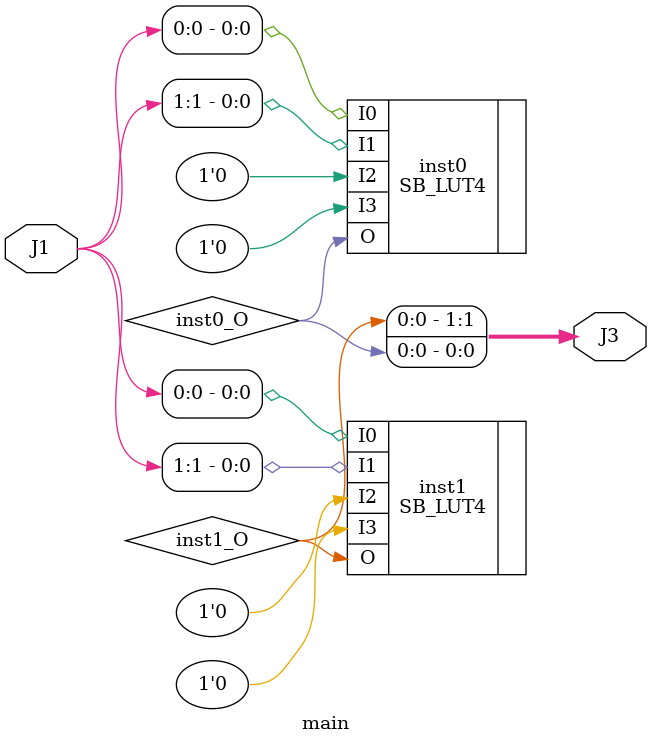
<source format=v>
module main (input [1:0] J1, output [1:0] J3);
wire  inst0_O;
wire  inst1_O;
SB_LUT4 #(.LUT_INIT(16'h8888)) inst0 (.I0(J1[0]), .I1(J1[1]), .I2(1'b0), .I3(1'b0), .O(inst0_O));
SB_LUT4 #(.LUT_INIT(16'hEEEE)) inst1 (.I0(J1[0]), .I1(J1[1]), .I2(1'b0), .I3(1'b0), .O(inst1_O));
assign J3 = {inst1_O,inst0_O};
endmodule


</source>
